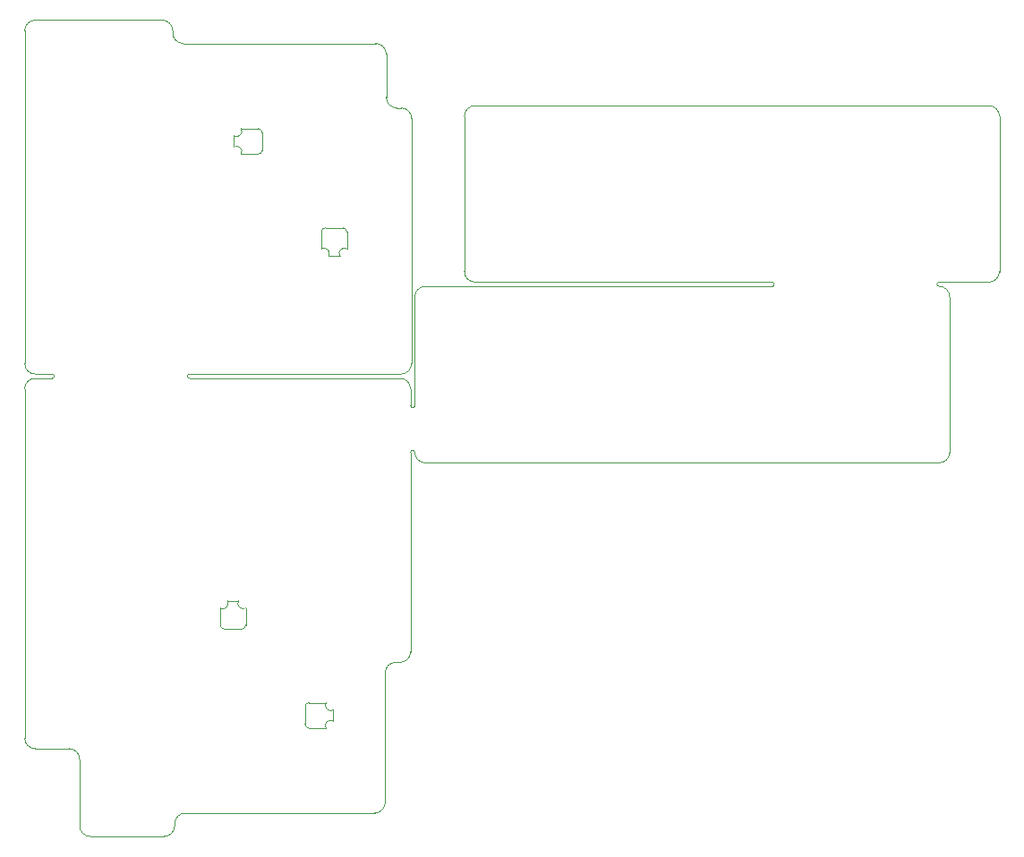
<source format=gbr>
G04 #@! TF.GenerationSoftware,KiCad,Pcbnew,9.0.0*
G04 #@! TF.CreationDate,2025-04-19T14:36:31+09:00*
G04 #@! TF.ProjectId,nofy_V2_E,6e6f6679-5f56-4325-9f45-2e6b69636164,rev?*
G04 #@! TF.SameCoordinates,Original*
G04 #@! TF.FileFunction,Profile,NP*
%FSLAX46Y46*%
G04 Gerber Fmt 4.6, Leading zero omitted, Abs format (unit mm)*
G04 Created by KiCad (PCBNEW 9.0.0) date 2025-04-19 14:36:31*
%MOMM*%
%LPD*%
G01*
G04 APERTURE LIST*
G04 #@! TA.AperFunction,Profile*
%ADD10C,0.050000*%
G04 #@! TD*
G04 #@! TA.AperFunction,Profile*
%ADD11C,0.120000*%
G04 #@! TD*
G04 APERTURE END LIST*
D10*
X19595500Y-18303000D02*
X31595500Y-18303000D01*
X19599080Y-51803000D02*
X21195500Y-51803000D01*
X55095500Y-59203000D02*
G75*
G02*
X55495500Y-59203000I200000J0D01*
G01*
X55495500Y-54803000D02*
X55495500Y-44503000D01*
X34195500Y-52203000D02*
X54095500Y-52203000D01*
X60195499Y-27402999D02*
G75*
G02*
X61195499Y-26402999I1000001J-1D01*
G01*
X18595500Y-19303000D02*
G75*
G02*
X19595500Y-18303000I1000000J0D01*
G01*
X89295500Y-43103000D02*
G75*
G02*
X89295500Y-43503000I0J-200000D01*
G01*
X32795500Y-94553000D02*
G75*
G02*
X31795500Y-95553000I-1000000J0D01*
G01*
X34195500Y-52203000D02*
G75*
G02*
X34195500Y-51803000I0J200000D01*
G01*
X56495500Y-43503000D02*
X89295500Y-43503000D01*
X106095500Y-59203000D02*
X106095500Y-44503000D01*
X61195500Y-43103000D02*
X89295500Y-43103000D01*
X19595500Y-52203000D02*
X21195500Y-52203000D01*
X52799053Y-21517214D02*
X52799053Y-25610107D01*
X23795500Y-94553000D02*
X23795500Y-88253000D01*
X60195500Y-27402999D02*
X60195499Y-42102999D01*
X18595500Y-53203000D02*
G75*
G02*
X19595500Y-52203000I1000000J0D01*
G01*
X109795499Y-26402999D02*
G75*
G02*
X110795501Y-27402999I1J-1000001D01*
G01*
X110795499Y-42102999D02*
G75*
G02*
X109795499Y-43102999I-999999J-1D01*
G01*
X105095500Y-60203000D02*
X56495500Y-60203000D01*
X105095500Y-43103000D02*
X109795499Y-43102999D01*
X53799053Y-26610107D02*
X54199053Y-26610107D01*
X55495500Y-54803000D02*
G75*
G02*
X55095500Y-54803000I-200000J0D01*
G01*
X55104100Y-78087100D02*
G75*
G02*
X54104100Y-79087100I-1000000J0D01*
G01*
X61195500Y-26402999D02*
X109795499Y-26403007D01*
X54199053Y-26610107D02*
G75*
G02*
X55199093Y-27610107I47J-999993D01*
G01*
X61195500Y-43103000D02*
G75*
G02*
X60195500Y-42103000I0J1000000D01*
G01*
X55095500Y-53203000D02*
X55095500Y-54803000D01*
X55191946Y-50803000D02*
G75*
G02*
X54191946Y-51803046I-1000046J0D01*
G01*
X32795500Y-94553000D02*
X32795500Y-94353000D01*
X31595500Y-18303000D02*
G75*
G02*
X32595500Y-19303000I0J-1000000D01*
G01*
X51799053Y-20517214D02*
G75*
G02*
X52799086Y-21517214I47J-999986D01*
G01*
X53704100Y-79087100D02*
X54104100Y-79087100D01*
X31795500Y-95553000D02*
X24795500Y-95553000D01*
X54095500Y-52203000D02*
G75*
G02*
X55095500Y-53203000I0J-1000000D01*
G01*
X55199053Y-27610107D02*
X55191945Y-50803000D01*
X55095500Y-59203000D02*
X55104100Y-78087100D01*
X33595500Y-20510107D02*
X51802600Y-20510107D01*
X52704100Y-92353000D02*
G75*
G02*
X51704100Y-93353000I-1000000J0D01*
G01*
X18599100Y-50803000D02*
X18595500Y-19303000D01*
X22795500Y-87253000D02*
G75*
G02*
X23795500Y-88253000I0J-1000000D01*
G01*
X105095500Y-43503000D02*
G75*
G02*
X105095500Y-43103000I100J200000D01*
G01*
X18595500Y-86253000D02*
X18595500Y-53203000D01*
X21195500Y-51803000D02*
G75*
G02*
X21195500Y-52203000I0J-200000D01*
G01*
X52704100Y-80087100D02*
G75*
G02*
X53704100Y-79087100I1000000J0D01*
G01*
X55495500Y-44503000D02*
G75*
G02*
X56495500Y-43503000I1000000J0D01*
G01*
X110795499Y-27402999D02*
X110795499Y-42102999D01*
X53799053Y-26610107D02*
G75*
G02*
X52799093Y-25610107I47J1000007D01*
G01*
X33595500Y-20510107D02*
G75*
G02*
X32595493Y-19510107I0J1000007D01*
G01*
X33795500Y-93353000D02*
X51704100Y-93353000D01*
X32795500Y-94353000D02*
G75*
G02*
X33795500Y-93353000I1000000J0D01*
G01*
X105095500Y-43503000D02*
G75*
G02*
X106095500Y-44503000I0J-1000000D01*
G01*
X54191946Y-51802999D02*
X34195500Y-51803000D01*
X106095500Y-59203000D02*
G75*
G02*
X105095500Y-60203000I-1000000J0D01*
G01*
X32595500Y-19510107D02*
X32595500Y-19303000D01*
X24795500Y-95553000D02*
G75*
G02*
X23795500Y-94553000I0J1000000D01*
G01*
X19595500Y-87253000D02*
G75*
G02*
X18595500Y-86253000I0J1000000D01*
G01*
X52704100Y-80087100D02*
X52704100Y-92353000D01*
X22795500Y-87253000D02*
X19595500Y-87253000D01*
X19599053Y-51803000D02*
G75*
G02*
X18599100Y-50803000I47J1000000D01*
G01*
X56495500Y-60203000D02*
G75*
G02*
X55495500Y-59203000I0J1000000D01*
G01*
D11*
X38391347Y-30303547D02*
X38391347Y-29262147D01*
X39077147Y-28576347D02*
X40677347Y-28576347D01*
X40677347Y-30989347D02*
X39077147Y-30989347D01*
X41058347Y-28957347D02*
X41058347Y-30608347D01*
X46671347Y-39946053D02*
X46671347Y-38345853D01*
X47052347Y-37964853D02*
X48703347Y-37964853D01*
X48398547Y-40631853D02*
X47357147Y-40631853D01*
X49084347Y-38345853D02*
X49084347Y-39946053D01*
X38391347Y-30303547D02*
G75*
G02*
X39077147Y-30989347I247753J-438047D01*
G01*
X39077147Y-28576347D02*
G75*
G02*
X38391347Y-29262147I-438047J-247753D01*
G01*
X40677347Y-28576347D02*
G75*
G02*
X41058347Y-28957347I8J-380992D01*
G01*
X41058347Y-30608347D02*
G75*
G02*
X40677347Y-30989347I-380996J-4D01*
G01*
X46671347Y-38345853D02*
G75*
G02*
X47052347Y-37964857I380993J3D01*
G01*
X46671347Y-39946053D02*
G75*
G02*
X47357147Y-40631853I247753J-438047D01*
G01*
X48398547Y-40631853D02*
G75*
G02*
X49084351Y-39946046I438053J247753D01*
G01*
X48703347Y-37964853D02*
G75*
G02*
X49084347Y-38345853I3J-380997D01*
G01*
X37095253Y-75556247D02*
X37095253Y-73956047D01*
X37781053Y-73270247D02*
X38822453Y-73270247D01*
X39127253Y-75937247D02*
X37476253Y-75937247D01*
X39508253Y-73956047D02*
X39508253Y-75556247D01*
X45121253Y-84944753D02*
X45121253Y-83293753D01*
X45502253Y-82912753D02*
X47102453Y-82912753D01*
X47102453Y-85325753D02*
X45502253Y-85325753D01*
X47788253Y-83598553D02*
X47788253Y-84639953D01*
X37476253Y-75937247D02*
G75*
G02*
X37095253Y-75556247I-3J380997D01*
G01*
X37781053Y-73270247D02*
G75*
G02*
X37095249Y-73956054I-438053J-247753D01*
G01*
X39508253Y-73956047D02*
G75*
G02*
X38822453Y-73270247I-247753J438047D01*
G01*
X39508253Y-75556247D02*
G75*
G02*
X39127253Y-75937243I-380993J-3D01*
G01*
X45121253Y-83293753D02*
G75*
G02*
X45502253Y-82912753I380996J4D01*
G01*
X45502253Y-85325753D02*
G75*
G02*
X45121253Y-84944753I-8J380992D01*
G01*
X47102453Y-85325753D02*
G75*
G02*
X47788253Y-84639953I438047J247753D01*
G01*
X47788253Y-83598553D02*
G75*
G02*
X47102453Y-82912753I-247753J438047D01*
G01*
M02*

</source>
